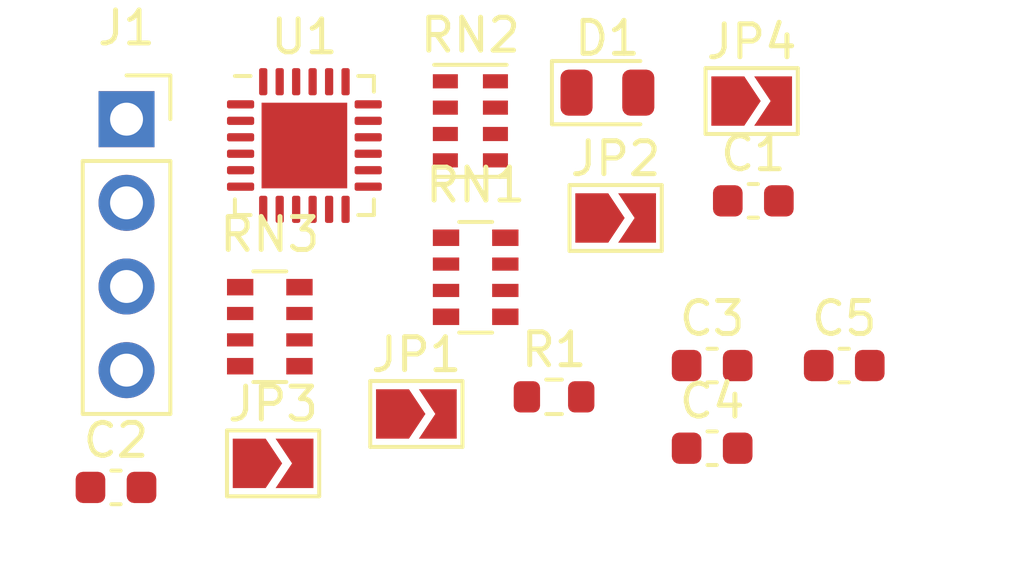
<source format=kicad_pcb>
(kicad_pcb (version 20221018) (generator pcbnew)
  (layers (0 "F.Cu" signal) (1 "In1.Cu" signal) (2 "In2.Cu" signal) (31 "B.Cu" signal) (34 "B.Paste" user) (35 "F.Paste" user) (36 "B.SilkS" user "B.Silkscreen") (37 "F.SilkS" user "F.Silkscreen") (38 "B.Mask" user) (39 "F.Mask" user) (44 "Edge.Cuts" user))
  (net 0 "")
  (net 1 "+5V")
  (net 2 "GND")
  (net 3 "/RESET")
  (net 4 "/BEMF_{C}")
  (net 5 "/BEMF_{B}")
  (net 6 "/BEMF_{A}")
  (net 7 "Net-(D1-Pad2)")
  (net 8 "/SCL")
  (net 9 "/SDA")
  (net 10 "/ADD_{2}")
  (net 11 "/ADD_{1}")
  (net 12 "/ADD_{3}")
  (net 13 "/REVERSE")
  (net 14 "/LED")
  (net 15 "/BEMF_{ZERO}")
  (net 22 "C_{OUT}")
  (net 23 "B_{OUT}")
  (net 24 "A_{OUT}")
  (net 25 "/PWM_{IN}")
  (net 26 "/PWM_{5}")
  (net 27 "/PWM_{2}")
  (net 28 "/TX")
  (net 29 "/RX")
  (net 30 "/PWM_{1}")
  (net 31 "/PWM_{0}")
  (net 32 "/PWM_{3}")
  (net 33 "/PWM_{4}")
  (footprint "Jumper:SolderJumper-2_P1.3mm_Open_TrianglePad1.0x1.5mm" (layer "F.Cu") (at 131.57 94.27)
    (fp_text reference "JP2" (at 0 -1.8) (layer "F.SilkS"))
    (fp_text value "SolderJumper_2_Open")
    (fp_line (start -1.4 -1) (end 1.4 -1) (stroke (width 0.12)) (layer "F.SilkS"))
    (fp_line (start -1.4 1) (end -1.4 -1) (stroke (width 0.12)) (layer "F.SilkS"))
    (fp_line (start 1.4 -1) (end 1.4 1) (stroke (width 0.12)) (layer "F.SilkS"))
    (fp_line (start 1.4 1) (end -1.4 1) (stroke (width 0.12)) (layer "F.SilkS"))
    (pad "1" smd custom (at -0.725 0) (size 0.3 0.3) (layers "F.Cu" "F.Mask") (net 2 "GND") (options (clearance outline) (anchor rect)) (primitives (gr_poly (pts (xy 1 0) (xy 0.5 0.75) (xy -0.5 0.75) (xy -0.5 -0.75) (xy 0.5 -0.75)) (width 0) (fill yes))))
    (pad "2" smd custom (at 0.725 0) (size 0.3 0.3) (layers "F.Cu" "F.Mask") (net 11 "/ADD_{1}") (options (clearance outline) (anchor rect)) (primitives (gr_poly (pts (xy 0.5 0.75) (xy -0.65 0.75) (xy -0.15 0) (xy -0.65 -0.75) (xy 0.5 -0.75)) (width 0) (fill yes))))
  )
  (footprint "Resistor_SMD:R_Array_Convex_4x0603" (layer "F.Cu") (at 121.07 97.57)
    (fp_text reference "RN3" (at 0 -2.8) (layer "F.SilkS"))
    (fp_text value "56k2")
    (fp_line (start 0.5 -1.68) (end -0.5 -1.68) (stroke (width 0.12)) (layer "F.SilkS"))
    (fp_line (start 0.5 1.68) (end -0.5 1.68) (stroke (width 0.12)) (layer "F.SilkS"))
    (pad "1" smd rect (at -0.9 -1.2) (size 0.8 0.5) (layers "F.Cu" "F.Paste" "F.Mask") (net 6 "/BEMF_{A}"))
    (pad "2" smd rect (at -0.9 -0.4) (size 0.8 0.4) (layers "F.Cu" "F.Paste" "F.Mask") (net 5 "/BEMF_{B}"))
    (pad "3" smd rect (at -0.9 0.4) (size 0.8 0.4) (layers "F.Cu" "F.Paste" "F.Mask") (net 4 "/BEMF_{C}"))
    (pad "4" smd rect (at -0.9 1.2) (size 0.8 0.5) (layers "F.Cu" "F.Paste" "F.Mask"))
    (pad "5" smd rect (at 0.9 1.2) (size 0.8 0.5) (layers "F.Cu" "F.Paste" "F.Mask"))
    (pad "6" smd rect (at 0.9 0.4) (size 0.8 0.4) (layers "F.Cu" "F.Paste" "F.Mask") (net 22 "C_{OUT}"))
    (pad "7" smd rect (at 0.9 -0.4) (size 0.8 0.4) (layers "F.Cu" "F.Paste" "F.Mask") (net 23 "B_{OUT}"))
    (pad "8" smd rect (at 0.9 -1.2) (size 0.8 0.5) (layers "F.Cu" "F.Paste" "F.Mask") (net 24 "A_{OUT}"))
  )
  (footprint "Capacitor_SMD:C_0603_1608Metric" (layer "F.Cu") (at 134.5 98.75)
    (fp_text reference "C3" (at 0 -1.43) (layer "F.SilkS"))
    (fp_text value "100n")
    (fp_line (start -0.14058 -0.51) (end 0.14058 -0.51) (stroke (width 0.12)) (layer "F.SilkS"))
    (fp_line (start -0.14058 0.51) (end 0.14058 0.51) (stroke (width 0.12)) (layer "F.SilkS"))
    (pad "1" smd roundrect (at -0.775 0) (size 0.9 0.95) (layers "F.Cu" "F.Paste" "F.Mask") (net 2 "GND"))
    (pad "2" smd roundrect (at 0.775 0) (size 0.9 0.95) (layers "F.Cu" "F.Paste" "F.Mask") (net 4 "/BEMF_{C}"))
  )
  (footprint "Jumper:SolderJumper-2_P1.3mm_Open_TrianglePad1.0x1.5mm" (layer "F.Cu") (at 135.7 90.72)
    (fp_text reference "JP4" (at 0 -1.8) (layer "F.SilkS"))
    (fp_text value "SolderJumper_2_Open")
    (fp_line (start -1.4 -1) (end 1.4 -1) (stroke (width 0.12)) (layer "F.SilkS"))
    (fp_line (start -1.4 1) (end -1.4 -1) (stroke (width 0.12)) (layer "F.SilkS"))
    (fp_line (start 1.4 -1) (end 1.4 1) (stroke (width 0.12)) (layer "F.SilkS"))
    (fp_line (start 1.4 1) (end -1.4 1) (stroke (width 0.12)) (layer "F.SilkS"))
    (pad "1" smd custom (at -0.725 0) (size 0.3 0.3) (layers "F.Cu" "F.Mask") (net 2 "GND") (options (clearance outline) (anchor rect)) (primitives (gr_poly (pts (xy 1 0) (xy 0.5 0.75) (xy -0.5 0.75) (xy -0.5 -0.75) (xy 0.5 -0.75)) (width 0) (fill yes))))
    (pad "2" smd custom (at 0.725 0) (size 0.3 0.3) (layers "F.Cu" "F.Mask") (net 13 "/REVERSE") (options (clearance outline) (anchor rect)) (primitives (gr_poly (pts (xy 0.5 0.75) (xy -0.65 0.75) (xy -0.15 0) (xy -0.65 -0.75) (xy 0.5 -0.75)) (width 0) (fill yes))))
  )
  (footprint "Resistor_SMD:R_Array_Convex_4x0603" (layer "F.Cu") (at 127.32 96.07)
    (fp_text reference "RN1" (at 0 -2.8) (layer "F.SilkS"))
    (fp_text value "33k")
    (fp_line (start 0.5 -1.68) (end -0.5 -1.68) (stroke (width 0.12)) (layer "F.SilkS"))
    (fp_line (start 0.5 1.68) (end -0.5 1.68) (stroke (width 0.12)) (layer "F.SilkS"))
    (pad "1" smd rect (at -0.9 -1.2) (size 0.8 0.5) (layers "F.Cu" "F.Paste" "F.Mask") (net 15 "/BEMF_{ZERO}"))
    (pad "2" smd rect (at -0.9 -0.4) (size 0.8 0.4) (layers "F.Cu" "F.Paste" "F.Mask") (net 15 "/BEMF_{ZERO}"))
    (pad "3" smd rect (at -0.9 0.4) (size 0.8 0.4) (layers "F.Cu" "F.Paste" "F.Mask") (net 15 "/BEMF_{ZERO}"))
    (pad "4" smd rect (at -0.9 1.2) (size 0.8 0.5) (layers "F.Cu" "F.Paste" "F.Mask"))
    (pad "5" smd rect (at 0.9 1.2) (size 0.8 0.5) (layers "F.Cu" "F.Paste" "F.Mask"))
    (pad "6" smd rect (at 0.9 0.4) (size 0.8 0.4) (layers "F.Cu" "F.Paste" "F.Mask") (net 4 "/BEMF_{C}"))
    (pad "7" smd rect (at 0.9 -0.4) (size 0.8 0.4) (layers "F.Cu" "F.Paste" "F.Mask") (net 5 "/BEMF_{B}"))
    (pad "8" smd rect (at 0.9 -1.2) (size 0.8 0.5) (layers "F.Cu" "F.Paste" "F.Mask") (net 6 "/BEMF_{A}"))
  )
  (footprint "Resistor_SMD:R_0603_1608Metric" (layer "F.Cu") (at 129.7 99.7)
    (fp_text reference "R1" (at 0 -1.43) (layer "F.SilkS"))
    (fp_text value "330")
    (fp_line (start -0.237258 -0.5225) (end 0.237258 -0.5225) (stroke (width 0.12)) (layer "F.SilkS"))
    (fp_line (start -0.237258 0.5225) (end 0.237258 0.5225) (stroke (width 0.12)) (layer "F.SilkS"))
    (pad "1" smd roundrect (at -0.825 0) (size 0.8 0.95) (layers "F.Cu" "F.Paste" "F.Mask") (net 14 "/LED"))
    (pad "2" smd roundrect (at 0.825 0) (size 0.8 0.95) (layers "F.Cu" "F.Paste" "F.Mask") (net 7 "Net-(D1-Pad2)"))
  )
  (footprint "Capacitor_SMD:C_0603_1608Metric" (layer "F.Cu") (at 134.5 101.26)
    (fp_text reference "C4" (at 0 -1.43) (layer "F.SilkS"))
    (fp_text value "100n")
    (fp_line (start -0.14058 -0.51) (end 0.14058 -0.51) (stroke (width 0.12)) (layer "F.SilkS"))
    (fp_line (start -0.14058 0.51) (end 0.14058 0.51) (stroke (width 0.12)) (layer "F.SilkS"))
    (pad "1" smd roundrect (at -0.775 0) (size 0.9 0.95) (layers "F.Cu" "F.Paste" "F.Mask") (net 5 "/BEMF_{B}"))
    (pad "2" smd roundrect (at 0.775 0) (size 0.9 0.95) (layers "F.Cu" "F.Paste" "F.Mask") (net 2 "GND"))
  )
  (footprint "Capacitor_SMD:C_0603_1608Metric" (layer "F.Cu") (at 138.51 98.75)
    (fp_text reference "C5" (at 0 -1.43) (layer "F.SilkS"))
    (fp_text value "100n")
    (fp_line (start -0.14058 -0.51) (end 0.14058 -0.51) (stroke (width 0.12)) (layer "F.SilkS"))
    (fp_line (start -0.14058 0.51) (end 0.14058 0.51) (stroke (width 0.12)) (layer "F.SilkS"))
    (pad "1" smd roundrect (at -0.775 0) (size 0.9 0.95) (layers "F.Cu" "F.Paste" "F.Mask") (net 2 "GND"))
    (pad "2" smd roundrect (at 0.775 0) (size 0.9 0.95) (layers "F.Cu" "F.Paste" "F.Mask") (net 6 "/BEMF_{A}"))
  )
  (footprint "Jumper:SolderJumper-2_P1.3mm_Open_TrianglePad1.0x1.5mm" (layer "F.Cu") (at 125.52 100.22)
    (fp_text reference "JP1" (at 0 -1.8) (layer "F.SilkS"))
    (fp_text value "SolderJumper_2_Open")
    (fp_line (start -1.4 -1) (end 1.4 -1) (stroke (width 0.12)) (layer "F.SilkS"))
    (fp_line (start -1.4 1) (end -1.4 -1) (stroke (width 0.12)) (layer "F.SilkS"))
    (fp_line (start 1.4 -1) (end 1.4 1) (stroke (width 0.12)) (layer "F.SilkS"))
    (fp_line (start 1.4 1) (end -1.4 1) (stroke (width 0.12)) (layer "F.SilkS"))
    (pad "1" smd custom (at -0.725 0) (size 0.3 0.3) (layers "F.Cu" "F.Mask") (net 2 "GND") (options (clearance outline) (anchor rect)) (primitives (gr_poly (pts (xy 1 0) (xy 0.5 0.75) (xy -0.5 0.75) (xy -0.5 -0.75) (xy 0.5 -0.75)) (width 0) (fill yes))))
    (pad "2" smd custom (at 0.725 0) (size 0.3 0.3) (layers "F.Cu" "F.Mask") (net 10 "/ADD_{2}") (options (clearance outline) (anchor rect)) (primitives (gr_poly (pts (xy 0.5 0.75) (xy -0.65 0.75) (xy -0.15 0) (xy -0.65 -0.75) (xy 0.5 -0.75)) (width 0) (fill yes))))
  )
  (footprint "LED_SMD:LED_0805_2012Metric" (layer "F.Cu") (at 131.32 90.465)
    (fp_text reference "D1" (at 0 -1.65) (layer "F.SilkS"))
    (fp_text value "STATUS")
    (fp_line (start -1.685 -0.96) (end -1.685 0.96) (stroke (width 0.12)) (layer "F.SilkS"))
    (fp_line (start -1.685 0.96) (end 1 0.96) (stroke (width 0.12)) (layer "F.SilkS"))
    (fp_line (start 1 -0.96) (end -1.685 -0.96) (stroke (width 0.12)) (layer "F.SilkS"))
    (pad "1" smd roundrect (at -0.9375 0) (size 0.975 1.4) (layers "F.Cu" "F.Paste" "F.Mask") (net 2 "GND"))
    (pad "2" smd roundrect (at 0.9375 0) (size 0.975 1.4) (layers "F.Cu" "F.Paste" "F.Mask") (net 7 "Net-(D1-Pad2)"))
  )
  (footprint "Jumper:SolderJumper-2_P1.3mm_Open_TrianglePad1.0x1.5mm" (layer "F.Cu") (at 121.17 101.72)
    (fp_text reference "JP3" (at 0 -1.8) (layer "F.SilkS"))
    (fp_text value "SolderJumper_2_Open")
    (fp_line (start -1.4 -1) (end 1.4 -1) (stroke (width 0.12)) (layer "F.SilkS"))
    (fp_line (start -1.4 1) (end -1.4 -1) (stroke (width 0.12)) (layer "F.SilkS"))
    (fp_line (start 1.4 -1) (end 1.4 1) (stroke (width 0.12)) (layer "F.SilkS"))
    (fp_line (start 1.4 1) (end -1.4 1) (stroke (width 0.12)) (layer "F.SilkS"))
    (pad "1" smd custom (at -0.725 0) (size 0.3 0.3) (layers "F.Cu" "F.Mask") (net 2 "GND") (options (clearance outline) (anchor rect)) (primitives (gr_poly (pts (xy 1 0) (xy 0.5 0.75) (xy -0.5 0.75) (xy -0.5 -0.75) (xy 0.5 -0.75)) (width 0) (fill yes))))
    (pad "2" smd custom (at 0.725 0) (size 0.3 0.3) (layers "F.Cu" "F.Mask") (net 12 "/ADD_{3}") (options (clearance outline) (anchor rect)) (primitives (gr_poly (pts (xy 0.5 0.75) (xy -0.65 0.75) (xy -0.15 0) (xy -0.65 -0.75) (xy 0.5 -0.75)) (width 0) (fill yes))))
  )
  (footprint "Capacitor_SMD:C_0603_1608Metric" (layer "F.Cu") (at 116.4 102.45)
    (fp_text reference "C2" (at 0 -1.43) (layer "F.SilkS"))
    (fp_text value "4n7")
    (fp_line (start -0.14058 -0.51) (end 0.14058 -0.51) (stroke (width 0.12)) (layer "F.SilkS"))
    (fp_line (start -0.14058 0.51) (end 0.14058 0.51) (stroke (width 0.12)) (layer "F.SilkS"))
    (pad "1" smd roundrect (at -0.775 0) (size 0.9 0.95) (layers "F.Cu" "F.Paste" "F.Mask") (net 2 "GND"))
    (pad "2" smd roundrect (at 0.775 0) (size 0.9 0.95) (layers "F.Cu" "F.Paste" "F.Mask") (net 3 "/RESET"))
  )
  (footprint "Resistor_SMD:R_Cat16-4" (layer "F.Cu") (at 127.16 91.32)
    (fp_text reference "RN2" (at 0 -2.6) (layer "F.SilkS"))
    (fp_text value "10k")
    (fp_line (start 1.1 -1.7) (end -1.1 -1.7) (stroke (width 0.12)) (layer "F.SilkS"))
    (fp_line (start 1.1 1.7) (end -1.1 1.7) (stroke (width 0.12)) (layer "F.SilkS"))
    (pad "1" smd rect (at -0.76 -1.2 180) (size 0.76 0.43) (layers "F.Cu" "F.Paste" "F.Mask") (net 6 "/BEMF_{A}"))
    (pad "2" smd rect (at -0.76 -0.4 180) (size 0.76 0.43) (layers "F.Cu" "F.Paste" "F.Mask") (net 5 "/BEMF_{B}"))
    (pad "3" smd rect (at -0.76 0.4 180) (size 0.76 0.43) (layers "F.Cu" "F.Paste" "F.Mask") (net 4 "/BEMF_{C}"))
    (pad "4" smd rect (at -0.76 1.2 180) (size 0.76 0.43) (layers "F.Cu" "F.Paste" "F.Mask"))
    (pad "5" smd rect (at 0.76 1.2 180) (size 0.76 0.43) (layers "F.Cu" "F.Paste" "F.Mask"))
    (pad "6" smd rect (at 0.76 0.4 180) (size 0.76 0.43) (layers "F.Cu" "F.Paste" "F.Mask") (net 2 "GND"))
    (pad "7" smd rect (at 0.76 -0.4 180) (size 0.76 0.43) (layers "F.Cu" "F.Paste" "F.Mask") (net 2 "GND"))
    (pad "8" smd rect (at 0.76 -1.2 180) (size 0.76 0.43) (layers "F.Cu" "F.Paste" "F.Mask") (net 2 "GND"))
  )
  (footprint "Package_DFN_QFN:QFN-24-1EP_4x4mm_P0.5mm_EP2.6x2.6mm" (layer "F.Cu") (at 122.12 92.07)
    (fp_text reference "U1" (at 0 -3.3) (layer "F.SilkS"))
    (fp_text value "ATtiny1617-M")
    (fp_line (start -2.11 2.11) (end -2.11 1.635) (stroke (width 0.12)) (layer "F.SilkS"))
    (fp_line (start -1.635 -2.11) (end -2.11 -2.11) (stroke (width 0.12)) (layer "F.SilkS"))
    (fp_line (start -1.635 2.11) (end -2.11 2.11) (stroke (width 0.12)) (layer "F.SilkS"))
    (fp_line (start 1.635 -2.11) (end 2.11 -2.11) (stroke (width 0.12)) (layer "F.SilkS"))
    (fp_line (start 1.635 2.11) (end 2.11 2.11) (stroke (width 0.12)) (layer "F.SilkS"))
    (fp_line (start 2.11 -2.11) (end 2.11 -1.635) (stroke (width 0.12)) (layer "F.SilkS"))
    (fp_line (start 2.11 2.11) (end 2.11 1.635) (stroke (width 0.12)) (layer "F.SilkS"))
    (pad "1" smd roundrect (at -1.9375 -1.25) (size 0.825 0.25) (layers "F.Cu" "F.Paste" "F.Mask") (net 8 "/SCL"))
    (pad "2" smd roundrect (at -1.9375 -0.75) (size 0.825 0.25) (layers "F.Cu" "F.Paste" "F.Mask") (net 25 "/PWM_{IN}"))
    (pad "3" smd roundrect (at -1.9375 -0.25) (size 0.825 0.25) (layers "F.Cu" "F.Paste" "F.Mask") (net 2 "GND"))
    (pad "4" smd roundrect (at -1.9375 0.25) (size 0.825 0.25) (layers "F.Cu" "F.Paste" "F.Mask") (net 1 "+5V"))
    (pad "5" smd roundrect (at -1.9375 0.75) (size 0.825 0.25) (layers "F.Cu" "F.Paste" "F.Mask") (net 13 "/REVERSE"))
    (pad "6" smd roundrect (at -1.9375 1.25) (size 0.825 0.25) (layers "F.Cu" "F.Paste" "F.Mask") (net 26 "/PWM_{5}"))
    (pad "7" smd roundrect (at -1.25 1.9375) (size 0.25 0.825) (layers "F.Cu" "F.Paste" "F.Mask") (net 6 "/BEMF_{A}"))
    (pad "8" smd roundrect (at -0.75 1.9375) (size 0.25 0.825) (layers "F.Cu" "F.Paste" "F.Mask") (net 5 "/BEMF_{B}"))
    (pad "9" smd roundrect (at -0.25 1.9375) (size 0.25 0.825) (layers "F.Cu" "F.Paste" "F.Mask") (net 15 "/BEMF_{ZERO}"))
    (pad "10" smd roundrect (at 0.25 1.9375) (size 0.25 0.825) (layers "F.Cu" "F.Paste" "F.Mask") (net 14 "/LED"))
    (pad "11" smd roundrect (at 0.75 1.9375) (size 0.25 0.825) (layers "F.Cu" "F.Paste" "F.Mask") (net 27 "/PWM_{2}"))
    (pad "12" smd roundrect (at 1.25 1.9375) (size 0.25 0.825) (layers "F.Cu" "F.Paste" "F.Mask") (net 4 "/BEMF_{C}"))
    (pad "13" smd roundrect (at 1.9375 1.25) (size 0.825 0.25) (layers "F.Cu" "F.Paste" "F.Mask") (net 28 "/TX"))
    (pad "14" smd roundrect (at 1.9375 0.75) (size 0.825 0.25) (layers "F.Cu" "F.Paste" "F.Mask") (net 29 "/RX"))
    (pad "15" smd roundrect (at 1.9375 0.25) (size 0.825 0.25) (layers "F.Cu" "F.Paste" "F.Mask") (net 30 "/PWM_{1}"))
    (pad "16" smd roundrect (at 1.9375 -0.25) (size 0.825 0.25) (layers "F.Cu" "F.Paste" "F.Mask") (net 31 "/PWM_{0}"))
    (pad "17" smd roundrect (at 1.9375 -0.75) (size 0.825 0.25) (layers "F.Cu" "F.Paste" "F.Mask") (net 11 "/ADD_{1}"))
    (pad "18" smd roundrect (at 1.9375 -1.25) (size 0.825 0.25) (layers "F.Cu" "F.Paste" "F.Mask") (net 10 "/ADD_{2}"))
    (pad "19" smd roundrect (at 1.25 -1.9375) (size 0.25 0.825) (layers "F.Cu" "F.Paste" "F.Mask") (net 12 "/ADD_{3}"))
    (pad "20" smd roundrect (at 0.75 -1.9375) (size 0.25 0.825) (layers "F.Cu" "F.Paste" "F.Mask") (net 32 "/PWM_{3}"))
    (pad "21" smd roundrect (at 0.25 -1.9375) (size 0.25 0.825) (layers "F.Cu" "F.Paste" "F.Mask") (net 33 "/PWM_{4}"))
    (pad "22" smd roundrect (at -0.25 -1.9375) (size 0.25 0.825) (layers "F.Cu" "F.Paste" "F.Mask"))
    (pad "23" smd roundrect (at -0.75 -1.9375) (size 0.25 0.825) (layers "F.Cu" "F.Paste" "F.Mask") (net 3 "/RESET"))
    (pad "24" smd roundrect (at -1.25 -1.9375) (size 0.25 0.825) (layers "F.Cu" "F.Paste" "F.Mask") (net 9 "/SDA"))
    (pad "25" smd rect (at 0 0) (size 2.6 2.6) (layers "F.Cu" "F.Mask") (net 2 "GND"))
  )
  (footprint "Connector_PinSocket_2.54mm:PinSocket_1x04_P2.54mm_Vertical" (layer "F.Cu") (at 116.72 91.27)
    (fp_text reference "J1" (at 0 -2.77) (layer "F.SilkS"))
    (fp_text value "I2C")
    (fp_line (start -1.33 1.27) (end -1.33 8.95) (stroke (width 0.12)) (layer "F.SilkS"))
    (fp_line (start -1.33 1.27) (end 1.33 1.27) (stroke (width 0.12)) (layer "F.SilkS"))
    (fp_line (start -1.33 8.95) (end 1.33 8.95) (stroke (width 0.12)) (layer "F.SilkS"))
    (fp_line (start 0 -1.33) (end 1.33 -1.33) (stroke (width 0.12)) (layer "F.SilkS"))
    (fp_line (start 1.33 -1.33) (end 1.33 0) (stroke (width 0.12)) (layer "F.SilkS"))
    (fp_line (start 1.33 1.27) (end 1.33 8.95) (stroke (width 0.12)) (layer "F.SilkS"))
    (pad "1" thru_hole rect (at 0 0) (size 1.7 1.7) (drill 1) (layers "*.Cu" "*.Mask") (net 2 "GND"))
    (pad "2" thru_hole oval (at 0 2.54) (size 1.7 1.7) (drill 1) (layers "*.Cu" "*.Mask") (net 8 "/SCL"))
    (pad "3" thru_hole oval (at 0 5.08) (size 1.7 1.7) (drill 1) (layers "*.Cu" "*.Mask") (net 9 "/SDA"))
    (pad "4" thru_hole oval (at 0 7.62) (size 1.7 1.7) (drill 1) (layers "*.Cu" "*.Mask") (net 1 "+5V"))
  )
  (footprint "Capacitor_SMD:C_0603_1608Metric" (layer "F.Cu") (at 135.75 93.75)
    (fp_text reference "C1" (at 0 -1.43) (layer "F.SilkS"))
    (fp_text value "0u1")
    (fp_line (start -0.14058 -0.51) (end 0.14058 -0.51) (stroke (width 0.12)) (layer "F.SilkS"))
    (fp_line (start -0.14058 0.51) (end 0.14058 0.51) (stroke (width 0.12)) (layer "F.SilkS"))
    (pad "1" smd roundrect (at -0.775 0) (size 0.9 0.95) (layers "F.Cu" "F.Paste" "F.Mask") (net 1 "+5V"))
    (pad "2" smd roundrect (at 0.775 0) (size 0.9 0.95) (layers "F.Cu" "F.Paste" "F.Mask") (net 2 "GND"))
  )
)
</source>
